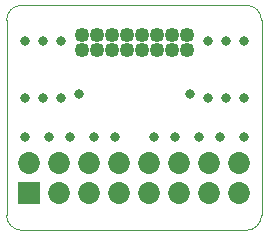
<source format=gbs>
G04*
G04 #@! TF.GenerationSoftware,Altium Limited,Altium Designer,19.1.7 (138)*
G04*
G04 Layer_Color=16711935*
%FSLAX25Y25*%
%MOIN*%
G70*
G01*
G75*
%ADD11C,0.00100*%
%ADD12C,0.04934*%
%ADD13C,0.07296*%
%ADD14R,0.07296X0.07296*%
%ADD15C,0.03200*%
D11*
X105000Y175000D02*
G03*
X100000Y170000I0J-5000D01*
G01*
X185000D02*
G03*
X180000Y175000I-5000J0D01*
G01*
Y100000D02*
G03*
X185000Y105000I0J5000D01*
G01*
X100000D02*
G03*
X105000Y100000I5000J0D01*
G01*
Y100000D02*
X180000Y100000D01*
X105000Y175000D02*
X180000Y175000D01*
X185000Y105000D02*
Y170000D01*
X100000Y105000D02*
Y170000D01*
D12*
X160000Y165000D02*
D03*
X155000D02*
D03*
X160000Y160000D02*
D03*
X155000D02*
D03*
X150000Y165000D02*
D03*
X145000D02*
D03*
X150000Y160000D02*
D03*
X145000D02*
D03*
X140000Y165000D02*
D03*
Y160000D02*
D03*
X135000Y165000D02*
D03*
X130000D02*
D03*
X135000Y160000D02*
D03*
X130000D02*
D03*
X125000Y165000D02*
D03*
Y160000D02*
D03*
D13*
X157500Y122500D02*
D03*
Y112500D02*
D03*
X147500Y122500D02*
D03*
Y112500D02*
D03*
X117500Y122500D02*
D03*
Y112500D02*
D03*
X107500Y122500D02*
D03*
X127500Y112500D02*
D03*
Y122500D02*
D03*
X137500Y112500D02*
D03*
Y122500D02*
D03*
X167500Y112500D02*
D03*
X177500D02*
D03*
X167500Y122500D02*
D03*
X177500D02*
D03*
D14*
X107500Y112500D02*
D03*
D15*
X173000Y163000D02*
D03*
X167000D02*
D03*
X173000Y144000D02*
D03*
X167000D02*
D03*
X171000Y131000D02*
D03*
X179000Y163000D02*
D03*
X118000D02*
D03*
X106000D02*
D03*
X112000D02*
D03*
X106000Y144000D02*
D03*
X112000D02*
D03*
X124000Y145500D02*
D03*
X161000D02*
D03*
X179000Y144000D02*
D03*
X118000D02*
D03*
X149000Y131000D02*
D03*
X136000D02*
D03*
X156000D02*
D03*
X129000D02*
D03*
X114000D02*
D03*
X179000D02*
D03*
X164000D02*
D03*
X106000D02*
D03*
X121000D02*
D03*
M02*

</source>
